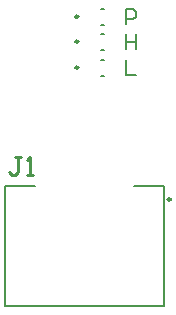
<source format=gbr>
%TF.GenerationSoftware,Altium Limited,Altium Designer,24.10.1 (45)*%
G04 Layer_Color=65535*
%FSLAX45Y45*%
%MOMM*%
%TF.SameCoordinates,0294F9B1-DA14-4278-B2A5-1D656DBEE686*%
%TF.FilePolarity,Positive*%
%TF.FileFunction,Legend,Top*%
%TF.Part,Single*%
G01*
G75*
%TA.AperFunction,NonConductor*%
%ADD24C,0.25000*%
%ADD25C,0.20000*%
%ADD26C,0.25400*%
D24*
X3960000Y3464500D02*
G03*
X3960000Y3464500I-12500J0D01*
G01*
X3177500Y5012500D02*
G03*
X3177500Y5012500I-12500J0D01*
G01*
Y4802500D02*
G03*
X3177500Y4802500I-12500J0D01*
G01*
Y4582500D02*
G03*
X3177500Y4582500I-12500J0D01*
G01*
D25*
X2560000Y2560000D02*
Y3576000D01*
Y2560000D02*
X3900000D01*
Y3576000D01*
X3646000D02*
X3900000D01*
X2560000D02*
X2814000D01*
X3367500Y4942500D02*
X3392500D01*
X3367500Y5077500D02*
X3392500D01*
X3367500Y4732500D02*
X3392500D01*
X3367500Y4867500D02*
X3392500D01*
X3367500Y4512500D02*
X3392500D01*
X3367500Y4647500D02*
X3392500D01*
X3577680Y4863479D02*
Y4736521D01*
Y4800000D01*
X3662320D01*
Y4863479D01*
Y4736521D01*
X3577680Y4643479D02*
Y4516521D01*
X3662320D01*
X3577680Y4946520D02*
Y5073479D01*
X3641160D01*
X3662320Y5052320D01*
Y5010000D01*
X3641160Y4988840D01*
X3577680D01*
D26*
X2690000Y3826175D02*
X2639216D01*
X2664608D01*
Y3699217D01*
X2639216Y3673825D01*
X2613825D01*
X2588433Y3699217D01*
X2740784Y3673825D02*
X2791567D01*
X2766176D01*
Y3826175D01*
X2740784Y3800784D01*
%TF.MD5,d3231f862fefe578927f365212823932*%
M02*

</source>
